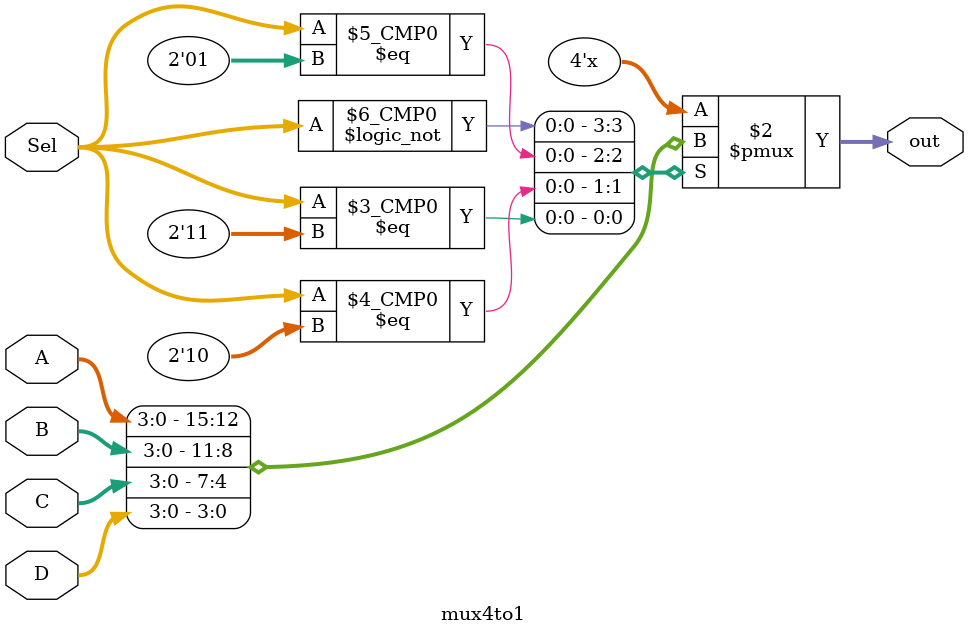
<source format=v>
module mux4to1(A,B,C,D,Sel,out);

//Port modes
input [3:0] A,B,C,D;   
input [1:0] Sel;
output [3:0] out;

//Registered identifiers
reg [3:0] out;

//Functionality

always @ (A or B or C or Sel)
	case (Sel)
	0: out <= A;
	1: out <= B;
	2: out <= C;
	3: out <= D;
	endcase

endmodule
</source>
